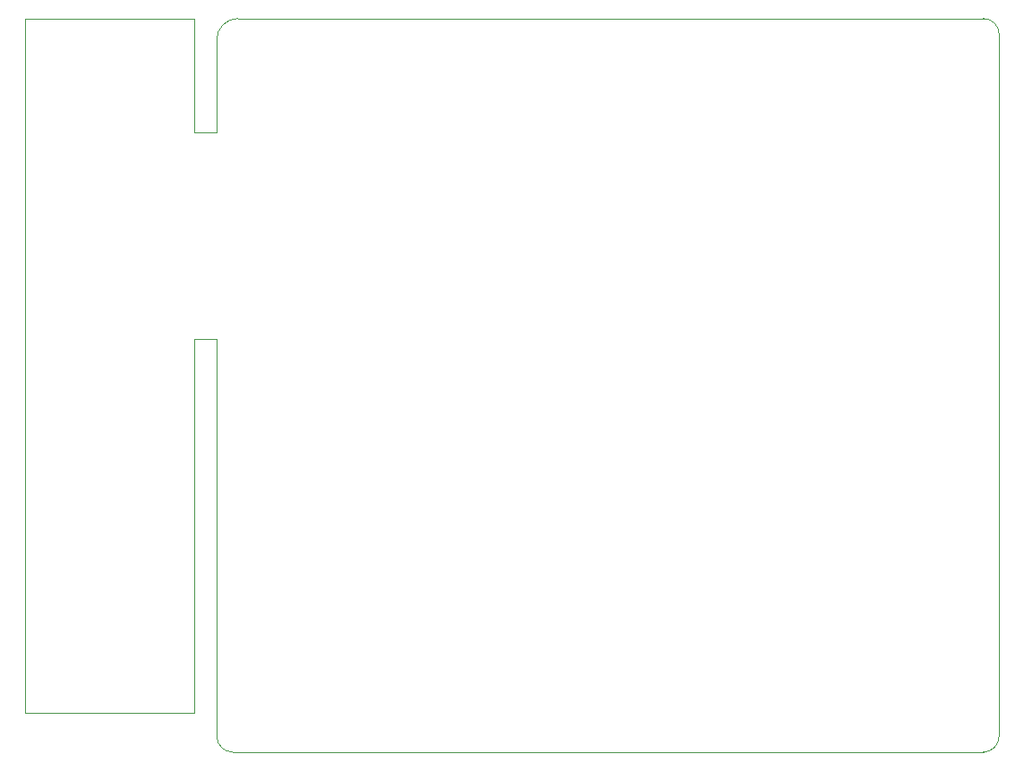
<source format=gm1>
G04 #@! TF.GenerationSoftware,KiCad,Pcbnew,(6.0.1)*
G04 #@! TF.CreationDate,2022-05-22T12:05:18-04:00*
G04 #@! TF.ProjectId,ArduinoInABox,41726475-696e-46f4-996e-41426f782e6b,2*
G04 #@! TF.SameCoordinates,Original*
G04 #@! TF.FileFunction,Profile,NP*
%FSLAX46Y46*%
G04 Gerber Fmt 4.6, Leading zero omitted, Abs format (unit mm)*
G04 Created by KiCad (PCBNEW (6.0.1)) date 2022-05-22 12:05:18*
%MOMM*%
%LPD*%
G01*
G04 APERTURE LIST*
G04 #@! TA.AperFunction,Profile*
%ADD10C,0.100000*%
G04 #@! TD*
G04 APERTURE END LIST*
D10*
X96100000Y-94200000D02*
X112100000Y-94200000D01*
X96100000Y-28550000D02*
X96100000Y-94200000D01*
X112100000Y-28550000D02*
X96100000Y-28550000D01*
X112100000Y-58800000D02*
X112100000Y-94200000D01*
X112100000Y-39300000D02*
X112100000Y-28550000D01*
X112100000Y-39300000D02*
X114230000Y-39300000D01*
X112100000Y-58800000D02*
X114250000Y-58800000D01*
X114250000Y-96439340D02*
X114250000Y-58800000D01*
X114240000Y-30500000D02*
X114230000Y-39300000D01*
X186750000Y-28500000D02*
X116250000Y-28500000D01*
X188250000Y-96439340D02*
X188250000Y-30000000D01*
X115750000Y-97939340D02*
X186750000Y-97939340D01*
X114250000Y-96439340D02*
G75*
G03*
X115750000Y-97939340I1500000J0D01*
G01*
X186750000Y-97939340D02*
G75*
G03*
X188250000Y-96439340I0J1500000D01*
G01*
X188250000Y-30000000D02*
G75*
G03*
X186750000Y-28500000I-1500000J0D01*
G01*
X116250000Y-28500000D02*
G75*
G03*
X114240000Y-30500000I0J-2010025D01*
G01*
M02*

</source>
